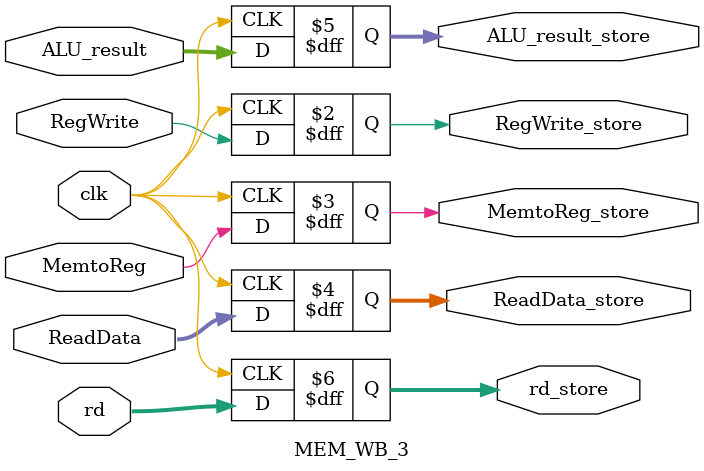
<source format=v>
module MEM_WB_3
(
    input clk,
    input RegWrite, MemtoReg,
    input [63:0] ReadData, ALU_result,
    input [4:0] rd,

    output reg RegWrite_store, MemtoReg_store,
    output reg [63:0] ReadData_store, ALU_result_store,
    output reg [4:0] rd_store

);

always @(posedge clk) begin

    RegWrite_store = RegWrite;
    MemtoReg_store = MemtoReg;
    ReadData_store = ReadData;
    ALU_result_store = ALU_result;
    rd_store = rd;
end

endmodule // MEM_WB
</source>
